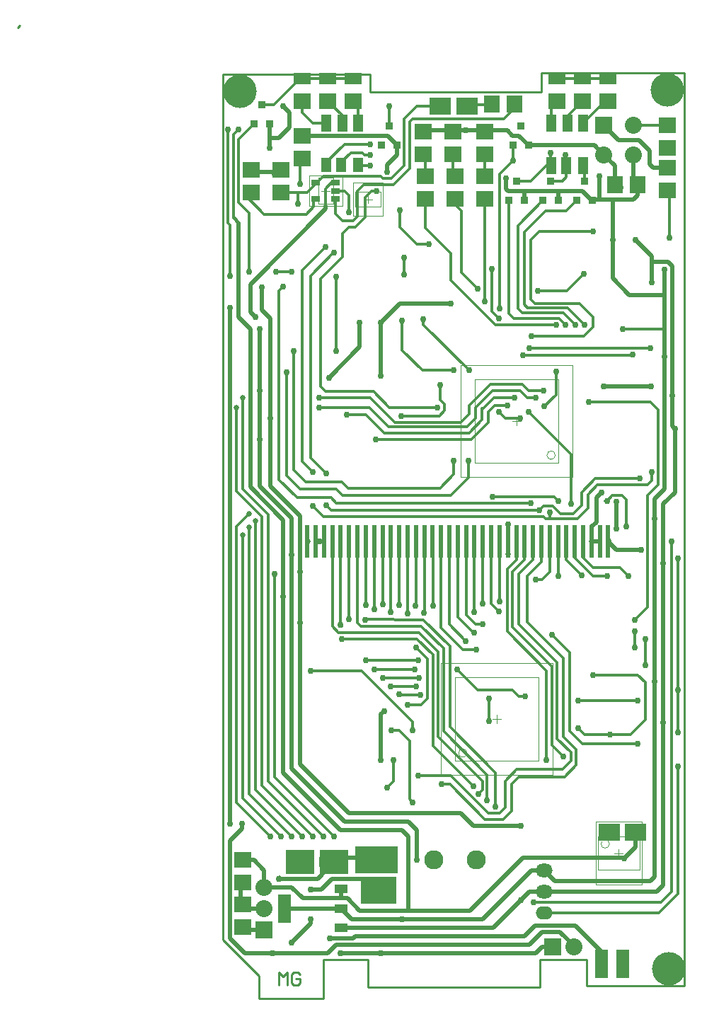
<source format=gtl>
%FSTAX25Y25*%
%MOIN*%
G70*
G01*
G75*
G04 Layer_Physical_Order=1*
G04 Layer_Color=255*
%ADD10R,0.07874X0.07480*%
%ADD11R,0.01969X0.15748*%
%ADD12R,0.04331X0.02559*%
%ADD13R,0.07874X0.05512*%
%ADD14R,0.17011X0.12579*%
%ADD15R,0.20011X0.12579*%
%ADD16R,0.13780X0.11811*%
%ADD17R,0.06102X0.04331*%
%ADD18R,0.06102X0.04331*%
%ADD19R,0.06102X0.13583*%
%ADD20R,0.04724X0.07000*%
%ADD21R,0.04724X0.07874*%
%ADD22R,0.03543X0.03740*%
%ADD23R,0.03543X0.03740*%
%ADD24R,0.05906X0.13780*%
%ADD25R,0.09843X0.07874*%
%ADD26R,0.07480X0.07874*%
%ADD27C,0.01200*%
%ADD28C,0.02000*%
%ADD29C,0.01400*%
%ADD30C,0.01600*%
%ADD31C,0.01000*%
%ADD32C,0.00394*%
%ADD33C,0.15748*%
%ADD34R,0.08000X0.08000*%
%ADD35C,0.08000*%
%ADD36C,0.09000*%
%ADD37O,0.08000X0.06400*%
%ADD38O,0.08000X0.06000*%
%ADD39R,0.08000X0.08000*%
%ADD40C,0.03000*%
%ADD41C,0.02600*%
%ADD42C,0.02700*%
%ADD43C,0.02800*%
D10*
X0217Y0382189D02*
D03*
Y0392819D02*
D03*
X01308Y0409811D02*
D03*
Y0399181D02*
D03*
X01019Y0409811D02*
D03*
Y0399181D02*
D03*
X01158Y0409811D02*
D03*
Y0399181D02*
D03*
X0045Y0424189D02*
D03*
X0217Y0402189D02*
D03*
Y0412819D02*
D03*
X0017Y0045811D02*
D03*
Y0035181D02*
D03*
Y0056189D02*
D03*
Y0066819D02*
D03*
X0117Y0378189D02*
D03*
Y0388819D02*
D03*
X0131Y0378189D02*
D03*
Y0388819D02*
D03*
X0103Y0378189D02*
D03*
Y0388819D02*
D03*
X0021Y0391811D02*
D03*
Y0381181D02*
D03*
X0035Y0391811D02*
D03*
Y0381181D02*
D03*
X0045Y0407811D02*
D03*
Y0397181D02*
D03*
X0057Y0424189D02*
D03*
X0189D02*
D03*
X0165D02*
D03*
X0177D02*
D03*
X0069D02*
D03*
D11*
X0189102Y021685D02*
D03*
X0185165D02*
D03*
X0181228D02*
D03*
X0177291D02*
D03*
X0173354D02*
D03*
X0169417D02*
D03*
X016548D02*
D03*
X0161543D02*
D03*
X0157606D02*
D03*
X0153669D02*
D03*
X0149732D02*
D03*
X0145795D02*
D03*
X0141858D02*
D03*
X0137921D02*
D03*
X0133984D02*
D03*
X0130047D02*
D03*
X012611D02*
D03*
X0122173D02*
D03*
X0118236D02*
D03*
X0114299D02*
D03*
X0110362D02*
D03*
X0106425D02*
D03*
X0102488D02*
D03*
X0098551D02*
D03*
X0094614D02*
D03*
X0090677D02*
D03*
X008674D02*
D03*
X0082803D02*
D03*
X0078866D02*
D03*
X0074929D02*
D03*
X0070992D02*
D03*
X0067055D02*
D03*
X0063118D02*
D03*
X0059181D02*
D03*
X0055244D02*
D03*
X0051307D02*
D03*
X004737D02*
D03*
D12*
X0060724Y037826D02*
D03*
Y0382D02*
D03*
Y038574D02*
D03*
X0051276D02*
D03*
Y037826D02*
D03*
D13*
X0045Y0434819D02*
D03*
X0057D02*
D03*
X0189D02*
D03*
X0165D02*
D03*
X0177D02*
D03*
X0069D02*
D03*
D14*
X0081Y00525D02*
D03*
D15*
X008Y0067D02*
D03*
D16*
X006Y0066D02*
D03*
X0044D02*
D03*
D17*
X0063287Y0034945D02*
D03*
D18*
Y0044D02*
D03*
Y0053055D02*
D03*
D19*
X0036713Y0044D02*
D03*
D20*
X0071323Y03942D02*
D03*
X0063449D02*
D03*
X0056362D02*
D03*
D21*
X0071323Y0414D02*
D03*
X0063842D02*
D03*
X0056362D02*
D03*
X0177323Y0393921D02*
D03*
X0169449D02*
D03*
X0162362D02*
D03*
X0177323Y0414D02*
D03*
X0169843D02*
D03*
X0162362D02*
D03*
D22*
X0146Y0386626D02*
D03*
X014226Y0377374D02*
D03*
X0026Y0422626D02*
D03*
X002226Y0413374D02*
D03*
X0162Y0386626D02*
D03*
X015826Y0377374D02*
D03*
X0178Y0386626D02*
D03*
X017426Y0377374D02*
D03*
X0086Y0412626D02*
D03*
X008226Y0403374D02*
D03*
X0148Y0412626D02*
D03*
X014426Y0403374D02*
D03*
D23*
X014974Y0377374D02*
D03*
X002974Y0413374D02*
D03*
X016574Y0377374D02*
D03*
X018174D02*
D03*
X008974Y0403374D02*
D03*
X015174D02*
D03*
D24*
X0196Y0018D02*
D03*
X0186D02*
D03*
D25*
X01895Y008D02*
D03*
X0202D02*
D03*
X011Y0422D02*
D03*
X01225D02*
D03*
D26*
X0192189Y0385D02*
D03*
X0202819D02*
D03*
X0144819Y0423D02*
D03*
X0134189D02*
D03*
D27*
X0182Y0154D02*
X0203D01*
X0102Y0319D02*
Y03215D01*
X0043Y0434D02*
X0047181D01*
X0031626Y0422626D02*
X0043Y0434D01*
X0026Y0422626D02*
X0031626D01*
X0189681Y0434819D02*
X0192181D01*
X0061Y0235D02*
X01525D01*
X00585Y02375D02*
X0061Y0235D01*
X01345Y0238D02*
X01635D01*
X00585Y02315D02*
X01565D01*
X0055Y02285D02*
X01585D01*
X01715Y0248D02*
Y0258D01*
X01515Y0278D02*
X01715Y0258D01*
Y02345D02*
Y0248D01*
X01775Y03135D02*
X0182Y0318D01*
X0152936Y03135D02*
X01775D01*
X002Y0344D02*
Y03715D01*
X0015Y03765D02*
X002Y03715D01*
X0015Y03765D02*
Y0406114D01*
X01065Y01205D02*
Y01635D01*
Y01205D02*
X01255Y01015D01*
X0094614Y0183D02*
Y021685D01*
X0073Y0156D02*
X0097Y0132D01*
X0049Y0156D02*
X0073D01*
X0097Y0128D02*
Y0132D01*
X0088Y0104D02*
Y0114D01*
X0085Y0101D02*
X0088Y0104D01*
X00955Y00955D02*
Y0123D01*
X0087Y0128D02*
X00905D01*
X00955Y0123D01*
Y00955D02*
X0097Y0094D01*
X0196Y0317D02*
X02155D01*
X01615Y02275D02*
Y02305D01*
X01585Y02335D02*
X0163D01*
X01565Y02315D02*
X01585Y02335D01*
X0117Y03755D02*
X012Y03725D01*
X0117Y03755D02*
Y0378189D01*
X0131Y033D02*
Y0378189D01*
X0103Y03645D02*
X0115Y03525D01*
X0103Y03645D02*
Y0378189D01*
X011Y02835D02*
Y02905D01*
X0112Y02785D02*
Y02815D01*
X01095Y0276D02*
X0112Y02785D01*
X011Y02835D02*
X0112Y02815D01*
X01485Y0291D02*
X01515Y0288D01*
X01335Y0291D02*
X01485D01*
X01515Y0288D02*
X01585D01*
X0067Y0365D02*
X007D01*
X0064Y0362D02*
X0067Y0365D01*
X0064Y0351D02*
Y0362D01*
X00745Y03695D02*
Y0379D01*
X007Y0365D02*
X00745Y03695D01*
Y0379D02*
X00775Y0382D01*
X008D01*
X00535Y029D02*
X0056Y02875D01*
X00785D01*
X00535Y03405D02*
X0064Y0351D01*
X00535Y029D02*
Y03405D01*
X00785Y02875D02*
X0086Y028D01*
X01085D01*
X00915Y0276D02*
X01095D01*
X0099Y0357D02*
X01045D01*
X0091Y0365D02*
X0099Y0357D01*
X0091Y0365D02*
Y0373D01*
X0099Y0422D02*
X011D01*
X0047181Y0381181D02*
X0055Y0389D01*
X0093Y0416D02*
X0099Y0422D01*
X00955Y04145D02*
X0097Y0416D01*
X00955Y03925D02*
Y04145D01*
X0088Y0385D02*
X00955Y03925D01*
X014Y0416D02*
X0144819Y0420819D01*
X0097Y0416D02*
X014D01*
X0144819Y0420819D02*
Y0423D01*
X0014Y01D02*
Y0224D01*
X0090677Y0186677D02*
Y021685D01*
X0137921Y01885D02*
Y021685D01*
X0133984Y0191516D02*
X0134Y01915D01*
X0133984Y0191516D02*
Y021685D01*
X013Y01875D02*
X0130047Y0187547D01*
Y021685D01*
X012611Y01835D02*
Y021685D01*
X0132886Y0132398D02*
X0133Y0132283D01*
X0132886Y0132398D02*
Y0143D01*
X0102488Y0183012D02*
Y021685D01*
X0122173Y0182327D02*
X01265Y0178D01*
X013D01*
X0122173Y0182327D02*
Y021685D01*
X0118236Y0181264D02*
X01255Y0174D01*
X0118236Y0181264D02*
Y021685D01*
X0114299Y0177701D02*
X0122Y017D01*
X0114299Y0177701D02*
Y021685D01*
X0110362Y0184D02*
Y021685D01*
Y0183138D02*
Y0184D01*
Y0176138D02*
X01205Y0166D01*
X0110362Y0176138D02*
Y0184D01*
X01205Y0166D02*
X0127D01*
X01065Y01865D02*
Y0216776D01*
X00985Y01865D02*
X0098551Y0186551D01*
X0043Y0381181D02*
X0047181D01*
X0035D02*
X0043D01*
Y0375701D02*
Y0381181D01*
X0067Y0372D02*
Y038D01*
X0065Y0382D02*
X0067Y038D01*
X0060724Y0382D02*
X0065D01*
X0060724Y0371276D02*
Y037826D01*
Y0371276D02*
X0064Y0368D01*
X0069D01*
X0082Y0389D02*
X0083Y0388D01*
X0087D01*
X0055Y0389D02*
X0082D01*
X0044Y0396181D02*
X0045Y0397181D01*
X0044Y038515D02*
Y0396181D01*
X0015Y0406114D02*
X002226Y0413374D01*
X0012576Y0408576D02*
X0015Y0411D01*
X0012576Y0369424D02*
Y0408576D01*
X0074Y0385D02*
X0088D01*
X0071Y0382D02*
X0074Y0385D01*
X0071Y037D02*
Y0382D01*
X0069Y0368D02*
X0071Y037D01*
X0151096Y0284404D02*
X0155D01*
X0135156Y0284593D02*
X0145093D01*
X0129563Y0279D02*
X0135156Y0284593D01*
X0129563Y0279D02*
Y0279656D01*
Y0274063D02*
Y0279D01*
X01235Y0277D02*
Y0281D01*
X01195Y0273D02*
X01235Y0277D01*
X01265Y0275D02*
Y028D01*
X01225Y0271D02*
X01265Y0275D01*
X00855Y0271D02*
X01225D01*
X01235Y0268D02*
X0129563Y0274063D01*
X00835Y0268D02*
X01235D01*
X00875Y0265D02*
X01245D01*
X00795D02*
X00875D01*
X01235Y0281D02*
X01335Y0291D01*
X01265Y028D02*
X01345Y0288D01*
X01475D01*
X0151096Y0284404D01*
X01325Y0278D02*
X01355Y0281D01*
X01415D01*
X01325Y0273D02*
Y0278D01*
X01245Y0265D02*
X01325Y0273D01*
X01405Y0275D02*
X01475D01*
X0137235Y0278265D02*
X01405Y0275D01*
X02015Y0167D02*
Y01745D01*
X0222Y0127D02*
Y0147D01*
X0027Y0371D02*
X0047D01*
X001891Y037909D02*
X0027Y0371D01*
X014426Y039626D02*
Y0403374D01*
X0162Y0394284D02*
Y04D01*
X0177Y0434819D02*
X0189D01*
X0165D02*
X0177D01*
X0162362Y0421551D02*
X0165Y0424189D01*
X0162362Y0414D02*
Y0421551D01*
X0169843Y0417031D02*
X0177Y0424189D01*
X0169843Y0414D02*
Y0417031D01*
X0177323Y0414D02*
X0187512Y0424189D01*
X0048Y0434819D02*
X0057D01*
X0045D02*
X0048D01*
X0047181Y0434D02*
X0048Y0434819D01*
X0057D02*
X0069D01*
Y0424189D02*
X0071323Y0421866D01*
Y0414D02*
Y0421866D01*
X0057Y0424189D02*
X0063842Y0417346D01*
Y0414D02*
Y0417346D01*
X0045Y0419D02*
Y0424189D01*
Y0419D02*
X005Y0414D01*
X0056362D01*
X013Y0387819D02*
X0131Y0386819D01*
Y0387819D02*
Y0398D01*
X0116D02*
X0117Y0397D01*
X0116Y0386819D02*
Y0397D01*
X0102Y0398D02*
X0103Y0397D01*
Y0386819D02*
Y0397D01*
X0178Y0126D02*
X019D01*
X0175Y0129D02*
X0178Y0126D01*
X0222Y0051D02*
Y0111D01*
X01145Y01295D02*
X0136Y0108D01*
Y0092D02*
Y0108D01*
X0132Y0095D02*
Y0107D01*
X0109Y0125D02*
X013Y0104D01*
Y01D02*
Y0104D01*
X0128Y0098D02*
X013Y01D01*
X0175Y0142D02*
X0203D01*
X0159Y0042D02*
X0213D01*
X0222Y0051D01*
X0214Y0047D02*
X0219Y0052D01*
X0154Y0047D02*
X0214D01*
X0014Y0099D02*
Y01D01*
Y0094D02*
Y01D01*
Y0094D02*
X003Y0078D01*
X0017Y0101D02*
Y0103D01*
Y0096D02*
Y0103D01*
Y0096D02*
X0035Y0078D01*
X002Y0098D02*
X004Y0078D01*
X0026Y0102D02*
X005Y0078D01*
X0029Y0104D02*
X0055Y0078D01*
X0032Y0106D02*
X006Y0078D01*
X0178Y0386626D02*
Y0393244D01*
X0177323Y0393921D02*
X0178Y0393244D01*
X0159921Y0393921D02*
X0162362D01*
X005041Y037441D02*
Y0377126D01*
X0047Y0371D02*
X005041Y037441D01*
X0071323Y0393921D02*
X0076921D01*
X0063449D02*
Y0395449D01*
X0068Y04D01*
X0056362Y0393921D02*
Y0395362D01*
X0065Y0404D01*
X0077D01*
X0073382Y04D02*
X0074382Y0399D01*
X0077D01*
X0068Y04D02*
X0073382D01*
X0162Y0394284D02*
X0162362Y0393921D01*
X0169Y039437D02*
Y0399D01*
Y039437D02*
X0169449Y0393921D01*
X0086Y0412626D02*
Y0422D01*
X0086Y0422D02*
X0086Y0422D01*
X0087Y0388D02*
X0093Y0394D01*
Y0416D01*
X0201Y0386819D02*
X0202819Y0385D01*
X0023Y01D02*
X0045Y0078D01*
X001Y0367D02*
Y0411D01*
Y0367D02*
X0011Y0366D01*
Y0342D02*
Y0366D01*
X00325Y0344D02*
X004D01*
X0162Y0386626D02*
X0167626D01*
X0169449Y0388449D01*
Y0393921D01*
X0152626Y0386626D02*
X0153Y0387D01*
X0146Y0386626D02*
X0152626D01*
X0153Y0387D02*
X0159921Y0393921D01*
X0201Y0413D02*
X0217D01*
X0138Y039D02*
X014426Y039626D01*
X0138Y03265D02*
Y039D01*
X0093Y03425D02*
Y03505D01*
X00635Y0171D02*
X0099D01*
X0122311Y04225D02*
X0133D01*
X0133189Y0424D02*
X0134189Y0423D01*
X0059181Y0176819D02*
Y021685D01*
Y0176819D02*
X0062Y0174D01*
X01D01*
X0063118Y0177382D02*
Y021685D01*
Y0177382D02*
X00635Y0177D01*
X0067055Y0180055D02*
Y021685D01*
X0067Y018D02*
X0067055Y0180055D01*
X0070992Y021685D02*
X0071Y0216843D01*
Y01785D02*
X00725Y0177D01*
X0101D01*
X0071Y01785D02*
Y0216843D01*
X019Y0126D02*
X01995D01*
X02065Y0133D01*
X0203Y0154D02*
X02065Y01505D01*
Y0133D02*
Y01505D01*
X0219Y0052D02*
Y0217D01*
X02065Y01595D02*
Y0171D01*
X0161543Y0209043D02*
Y021685D01*
X016548Y020052D02*
Y021685D01*
Y020052D02*
X01655Y02005D01*
X0169417Y0208083D02*
Y021685D01*
Y0208083D02*
X01765Y0201D01*
X0173354Y0209146D02*
Y021685D01*
X0177291Y0209209D02*
Y021685D01*
Y0209209D02*
X0182Y02045D01*
X01945D02*
X01985Y02005D01*
X0182Y02045D02*
X01945D01*
X0181584Y0200916D02*
X0182Y02005D01*
X0173354Y0209146D02*
X0181584Y0200916D01*
X0182Y02005D02*
X01885D01*
X0155Y0199D02*
X0158D01*
X0161543Y0202543D01*
Y021685D01*
X01415Y0204D02*
X0145795Y0208295D01*
Y021685D01*
X0149732Y0208232D02*
Y021685D01*
X0144Y02025D02*
X0149732Y0208232D01*
X0153669Y0208169D02*
Y021685D01*
X0147Y02015D02*
X0153669Y0208169D01*
X0157606Y0207106D02*
Y021685D01*
X0082803Y0187197D02*
Y021685D01*
X008674Y01835D02*
Y021685D01*
X0074929Y0187071D02*
Y021685D01*
X0078866Y0185D02*
Y021685D01*
X02015Y018D02*
X02075Y0186D01*
X0079Y01565D02*
X0098D01*
X0075Y0161D02*
X00995D01*
X0087114Y01485D02*
X00985D01*
X0091177Y01445D02*
X01005D01*
X0090677Y0145D02*
X0091177Y01445D01*
X00995Y01065D02*
X0115D01*
X01325Y0089D01*
X01105Y01025D02*
X01145D01*
X0131Y0086D01*
X01325Y0089D02*
X0138D01*
X01405Y00915D01*
Y0104D01*
X0146Y01095D01*
X01675D02*
X01715Y01135D01*
Y01175D01*
X0165Y0124D02*
X01715Y01175D01*
X0146Y01095D02*
X01675D01*
X0131Y0086D02*
X01395D01*
X01435Y009D01*
Y01025D02*
X0147Y0106D01*
X01685D01*
X0174Y01115D02*
Y0119D01*
X01435Y009D02*
Y01025D01*
X01685Y0106D02*
X0174Y01115D01*
X0177Y01215D02*
X0203D01*
X0171Y01275D02*
X0177Y01215D01*
X0171Y01275D02*
Y01645D01*
X01625Y0173D02*
X0163D01*
X01625D02*
X0171Y01645D01*
X01415Y01745D02*
Y0204D01*
X0144Y01765D02*
Y02025D01*
X0147Y0178D02*
Y02015D01*
X0168Y0125D02*
X0174Y0119D01*
X0168Y0125D02*
Y0162D01*
X0165Y0124D02*
Y016D01*
X0147Y0178D02*
X0165Y016D01*
X01625Y0121D02*
Y0158D01*
X0144Y01765D02*
X01625Y0158D01*
Y0121D02*
X0168Y01155D01*
X01415Y01745D02*
X016Y0156D01*
Y0114D02*
Y0144D01*
Y0156D01*
X0147Y0144D02*
X015D01*
X0144Y0147D02*
X0147Y0144D01*
X0082803Y01525D02*
X01D01*
X00945Y014D02*
X0101D01*
X00985Y0167D02*
X0104Y01615D01*
Y0143D02*
Y01615D01*
X0101Y014D02*
X0104Y0143D01*
X0098551Y0186551D02*
Y021685D01*
X0099Y0171D02*
X01065Y01635D01*
X01Y0174D02*
X0109Y0165D01*
Y0125D02*
Y0165D01*
X0101Y0177D02*
X01115Y01665D01*
Y01275D02*
Y01665D01*
Y01275D02*
X0132Y0107D01*
X0102Y018D02*
X01145Y01675D01*
Y01295D02*
Y01675D01*
X0074501Y01802D02*
X0102Y018D01*
X01275Y0147D02*
X0144D01*
X0118Y01565D02*
X01275Y0147D01*
X0151Y02005D02*
X0157606Y0207106D01*
X0151Y0179D02*
X0168Y0162D01*
X0151Y0179D02*
Y02005D01*
X0133984Y0187606D02*
Y0191516D01*
Y0187606D02*
X0137672Y0183919D01*
X0032Y0106D02*
Y02015D01*
X0017Y0103D02*
Y022D01*
X002Y0098D02*
Y02235D01*
X0023Y01D02*
Y02265D01*
X0014Y0224D02*
X002Y023D01*
X0014Y02405D02*
Y028D01*
Y02405D02*
X0026Y02285D01*
Y0102D02*
Y02285D01*
X0029Y0104D02*
Y02295D01*
X0222Y0147D02*
Y0209D01*
X0017Y02415D02*
X0029Y02295D01*
X0017Y02415D02*
Y02845D01*
X0075Y02765D02*
X00835Y0268D01*
X0066Y02765D02*
X0075D01*
X00765Y028D02*
X00855Y0271D01*
X0053Y028D02*
X00765D01*
X00885Y0273D02*
X01195D01*
X0053Y02845D02*
X0077D01*
X00885Y0273D01*
X0123345Y0246845D02*
Y0254845D01*
X0060852Y0306648D02*
Y03415D01*
X0041Y02505D02*
Y03065D01*
X0116345Y02485D02*
Y0254845D01*
X00375Y0248D02*
Y02965D01*
X0115Y02385D02*
X0123345Y0246845D01*
X005625Y023375D02*
X00585Y02315D01*
X0045Y02545D02*
X005Y02495D01*
X0049Y025625D02*
X005625Y0249D01*
X0049Y025625D02*
Y0342D01*
X005975Y035275D01*
X0045Y03445D02*
X0056Y03555D01*
X0045Y02545D02*
Y03445D01*
X0034Y0246D02*
X00425Y02375D01*
X00585D01*
X00375Y0248D02*
X0044Y02415D01*
X0041Y02505D02*
X00465Y0245D01*
X0064Y02385D02*
X0115D01*
X0061Y02415D02*
X0064Y02385D01*
X0044Y02415D02*
X0061D01*
X0109845Y0242D02*
X0116345Y02485D01*
X00665Y0242D02*
X0109845D01*
X00635Y0245D02*
X00665Y0242D01*
X00465Y0245D02*
X00635D01*
X01635Y0238D02*
X01655Y0236D01*
X02075Y0186D02*
Y02385D01*
X02125Y02435D01*
X01645Y0286D02*
Y0297D01*
X0159Y02805D02*
X01645Y0286D01*
X012Y03435D02*
Y03725D01*
Y03435D02*
X01275Y0336D01*
X0115Y034D02*
Y03525D01*
Y034D02*
X0136Y0319D01*
X01645D01*
X0152Y0308D02*
X0209D01*
X02075Y02435D02*
X02095Y02455D01*
Y02495D01*
X0163Y02335D02*
X01665Y023D01*
X01765Y024D02*
X0183Y02465D01*
X0204D01*
X01765Y0234D02*
Y024D01*
X01665Y023D02*
X01725D01*
X01765Y0234D01*
X0184Y02435D02*
X02075D01*
X01795Y0239D02*
X0184Y02435D01*
X01795Y02325D02*
Y0239D01*
X01615Y02275D02*
X01745D01*
X01795Y02325D01*
X01955Y02385D02*
X01975Y02365D01*
Y0224D02*
Y02365D01*
X01875Y0236D02*
X01885D01*
X0191Y02385D02*
X01955D01*
X01885Y0236D02*
X0191Y02385D01*
X0149Y03045D02*
X020075D01*
X0209064Y0282436D02*
X02125Y0279D01*
Y02435D02*
Y0279D01*
X018Y0282436D02*
X0209064D01*
X0134181Y0325319D02*
Y0345181D01*
Y0325319D02*
X01375Y0322D01*
X01015Y02975D02*
X0116345D01*
X0092Y0307D02*
X01015Y02975D01*
X0092Y0307D02*
Y0321D01*
X0102Y0319D02*
X01235Y02975D01*
X005Y02335D02*
X0055Y02285D01*
X01595Y02275D02*
X01615D01*
X01585Y02285D02*
X01595Y02275D01*
X0034Y0246D02*
Y0291D01*
Y0335D02*
X0036Y0337D01*
X0034Y0291D02*
Y0335D01*
X01465Y0365614D02*
X015826Y0377374D01*
X01465Y03265D02*
Y0365614D01*
X014226Y032424D02*
Y0377374D01*
Y032424D02*
X01445Y0322D01*
X0166D02*
X0169Y0319D01*
X01445Y0322D02*
X0166D01*
X0168Y03245D02*
X01735Y0319D01*
X01465Y03265D02*
X01485Y03245D01*
X0168D01*
X017Y0327D02*
X0178Y0319D01*
X0151Y0327D02*
X017D01*
X01495Y03285D02*
X0151Y0327D01*
X01495Y03285D02*
Y03625D01*
X0169386Y03725D02*
X017426Y0377374D01*
X01495Y03625D02*
X01595Y03725D01*
X0169386D01*
X01565Y0363D02*
X0182D01*
X01525Y0359D02*
X01565Y0363D01*
X01525Y0331D02*
Y0359D01*
Y0331D02*
X01545Y0329D01*
X01755D01*
X0182Y03225D01*
Y0318D02*
Y03225D01*
X0156Y0335D02*
X01695D01*
X01775Y0343D01*
X0218Y036D02*
Y0381189D01*
X0217Y0382189D02*
X0218Y0381189D01*
D28*
X0194Y0406D02*
X02035D01*
X0210181Y0392819D02*
X0217D01*
X02085Y03945D02*
X0210181Y0392819D01*
X02085Y03945D02*
Y0401D01*
X02035Y0406D02*
X02085Y0401D01*
X0187Y0413D02*
X0194Y0406D01*
X0135Y0034945D02*
X0152Y0051945D01*
X0131Y0083D02*
X0148D01*
X01295D02*
X0131D01*
X01255D02*
X01295D01*
X0067Y0089D02*
X01195D01*
X01255Y0083D01*
X0082Y01355D02*
X00835Y0137D01*
X0082Y0114D02*
Y01355D01*
X0026Y0326D02*
X003Y0322D01*
Y0275D02*
Y0322D01*
X0026Y0326D02*
Y03365D01*
X00205Y02425D02*
Y0317D01*
X0015Y03225D02*
X00205Y0317D01*
X0015Y03225D02*
Y0366942D01*
X021925Y027125D02*
X02205Y027D01*
X0191Y0378D02*
X0191181Y0377819D01*
X0191Y0378D02*
X0201D01*
X0185D02*
X0191D01*
X02155Y0304D02*
Y0317D01*
Y02415D02*
Y0304D01*
X0215Y02345D02*
X02205Y024D01*
X0211Y0237D02*
X02155Y02415D01*
X0211Y02275D02*
Y0237D01*
X0193Y0223D02*
Y02355D01*
X0211Y0151D02*
Y02275D01*
X0215Y01315D02*
Y02065D01*
X004Y011D02*
Y02105D01*
X0044Y01785D02*
Y02025D01*
Y0112D02*
Y01785D01*
X0051307Y021685D02*
X0055244D01*
X0052199Y0058D02*
X006Y0065801D01*
X0034Y0058D02*
X0034394Y0058394D01*
X006Y0065801D02*
Y0066D01*
X0072Y0043D02*
X0095D01*
X00662Y00488D02*
X0072Y0043D01*
X00452Y00488D02*
X00662D01*
X0185Y0378D02*
Y0389D01*
X0011Y0084D02*
Y0327D01*
X0211Y0059D02*
Y0151D01*
X0022Y0391D02*
X0034811D01*
X0202819Y0379819D02*
Y0385D01*
X008974Y0399D02*
Y0403374D01*
X0022181Y0066819D02*
X0027Y0062D01*
X0015Y0066819D02*
X0022181D01*
X0027Y0054D02*
Y0062D01*
X0049Y0037D02*
Y0039D01*
X004Y0028D02*
X0049Y0037D01*
X0215Y0055D02*
Y01315D01*
X0044Y0112D02*
X0067Y0089D01*
X004Y011D02*
X0065Y0085D01*
X0095D01*
X0099Y0081D01*
Y0067D02*
Y0081D01*
X0036Y0108D02*
X0063Y0081D01*
X0092D01*
X0095Y0078D01*
Y0043D02*
Y0078D01*
Y0043D02*
X0124D01*
X0152Y0051945D02*
Y0052D01*
X0095945Y0034945D02*
X0135D01*
X0153Y0062D02*
X0159D01*
X013Y0039D02*
X0153Y0062D01*
X0092Y0039D02*
X013D01*
X0152Y0052D02*
X0159D01*
X0202Y0073D02*
Y008D01*
X01965Y00675D02*
X0202Y0073D01*
X007Y0031D02*
X01495D01*
X0058Y003D02*
X0069D01*
X0015Y0044D02*
X0027D01*
X0016Y0048D02*
Y0057D01*
Y00355D02*
X00175Y0034D01*
X0027D01*
X0036713Y0044D02*
X0036713Y0044D01*
X0063287D01*
X0069Y003D02*
X007Y0031D01*
X0082Y0023D02*
X0155D01*
X0063D02*
X0082D01*
X0158Y0033D02*
X0166404D01*
X0152Y0027D02*
X0158Y0033D01*
X01545Y0036D02*
X01565D01*
X0166404Y0033D02*
X0173Y0026404D01*
X0186Y0018D02*
Y00235D01*
X0173Y0026D02*
Y0026404D01*
X0155Y0023D02*
X0158Y0026D01*
X0163D01*
X0063287Y0034945D02*
X0095945D01*
X0096Y0035D01*
X0063287Y0044D02*
X0068287Y0039D01*
X01735Y0036D02*
X0186Y00235D01*
X01545Y0036D02*
X01735D01*
X01495Y0031D02*
X01545Y0036D01*
X0054Y0068D02*
X0079D01*
X008Y0069D01*
X0054Y0064D02*
Y0068D01*
X0068287Y0039D02*
X0092D01*
X0124Y0043D02*
X0149Y0068D01*
X0196D01*
X0159Y0052D02*
X0212D01*
X0159Y0062D02*
X0164Y0057D01*
X0209D01*
X0027Y0054D02*
X004D01*
X0063287Y0049287D02*
Y0053055D01*
X004Y0054D02*
X00452Y00488D01*
X0059Y0058D02*
X00785D01*
X008Y00565D01*
X0049Y0053D02*
X0054D01*
X0209Y0057D02*
X0211Y0059D01*
X0212Y0052D02*
X0215Y0055D01*
X015174Y0403374D02*
X0182626D01*
X0187Y0399D01*
X0192189Y0385D02*
Y0393811D01*
X0187Y0399D02*
X0192189Y0393811D01*
X0147114Y0408D02*
X015174Y0403374D01*
X0144Y0408D02*
X0147114D01*
X01415Y04105D02*
X0144Y0408D01*
X0102Y04105D02*
X01415D01*
X0201Y0386819D02*
Y0399D01*
Y0378D02*
X0202819Y0379819D01*
X0085Y039426D02*
X008974Y0399D01*
X0085Y0391D02*
Y039426D01*
X0085303Y0407811D02*
X008974Y0403374D01*
X0045Y0407811D02*
X0085303D01*
X0036Y0422D02*
X0039Y0419D01*
Y0412D02*
Y0419D01*
X0034Y0407D02*
X0039Y0412D01*
X002974Y0407D02*
X0034D01*
X002974D02*
Y0413374D01*
Y040226D02*
Y0407D01*
X0177Y0382D02*
X0181Y0378D01*
X0141Y0383D02*
X0142Y0382D01*
X014974Y0377374D02*
Y038126D01*
X0142Y0382D02*
X0149D01*
X014974Y038126D01*
X016574Y0377374D02*
Y038126D01*
X0165Y0382D02*
X016574Y038126D01*
X0149Y0382D02*
X0165D01*
X0177D01*
X0141Y0383D02*
Y0388D01*
X0036Y0108D02*
Y0191D01*
X0215Y02065D02*
Y02345D01*
X0189102Y021685D02*
X0189252Y0217D01*
X0181228Y021685D02*
X0185165D01*
X0034Y0058D02*
X0052199D01*
X0054Y0053D02*
X005825Y005725D01*
X0059Y0058D01*
X0036Y0191D02*
Y0227D01*
X004Y02105D02*
Y0228D01*
X003Y0243D02*
X0044Y0229D01*
Y02025D02*
Y0229D01*
X0192953Y0213D02*
X02045D01*
X0189102Y021685D02*
X0192953Y0213D01*
X00205Y02425D02*
X0036Y0227D01*
X0025Y0243D02*
X004Y0228D01*
X003Y0243D02*
Y0275D01*
X0181228Y021685D02*
Y0223728D01*
X01835Y0226D01*
Y02375D01*
X0186Y024D01*
X0082Y0295D02*
Y032D01*
X0025Y0243D02*
Y0265D01*
Y0288D01*
X00575Y0294D02*
X0072Y03085D01*
Y032D01*
X0082D02*
X0091Y0329D01*
X0115D01*
X0141858Y021685D02*
Y0225D01*
X02205Y024D02*
Y027D01*
X0187Y029D02*
X0209181D01*
X0025Y0288D02*
Y0317D01*
X0191181Y0359D02*
Y0377819D01*
Y0340819D02*
X0199Y0333D01*
X0181Y0378D02*
X0185D01*
X0191181Y0340819D02*
Y0359D01*
X0199Y0333D02*
X02155D01*
Y0317D02*
Y0333D01*
Y0345D01*
X02095Y0339D02*
Y03485D01*
X021725D01*
X021925Y027125D02*
Y02855D01*
Y03465D01*
X021725Y03485D02*
X021925Y03465D01*
X02095Y03485D02*
Y0351311D01*
X0201811Y0359D02*
X02095Y0351311D01*
X0061Y0027D02*
X0152D01*
X0057Y0023D02*
X0061Y0027D01*
X0011Y003D02*
X0018Y0023D01*
X0011Y003D02*
Y0076D01*
X00165Y00815D01*
Y0084D01*
X0018Y0023D02*
X0031D01*
X0057D01*
X00205Y0325D02*
X0023Y03225D01*
X00205Y0325D02*
Y0338D01*
X0056Y03735D02*
Y0375D01*
X00205Y0338D02*
X0056Y03735D01*
D29*
Y0383D02*
X005874Y038574D01*
X0060724D01*
X0056Y0375D02*
Y0383D01*
D30*
X0012576Y0369424D02*
X0015029Y0366971D01*
D31*
X0034Y0008D02*
Y0013998D01*
X0035999Y0011999D01*
X0037999Y0013998D01*
Y0008D01*
X0043997Y0012998D02*
X0042997Y0013998D01*
X0040998D01*
X0039998Y0012998D01*
Y0009D01*
X0040998Y0008D01*
X0042997D01*
X0043997Y0009D01*
Y0010999D01*
X0041997D01*
X000767Y002933D02*
X0024751Y0012249D01*
X-0089Y0459D02*
X-0088Y046D01*
X0055Y002D02*
X0076D01*
X0157D02*
X0179D01*
X0157Y0007D02*
Y002D01*
X0076Y0007D02*
X0157D01*
X0076D02*
Y002D01*
X000767Y002933D02*
Y00355D01*
X0196307Y00075D02*
X0225D01*
X0025Y00015D02*
X003D01*
X0179Y00075D02*
Y002D01*
Y00075D02*
X0196307D01*
X0055Y00015D02*
Y002D01*
X0225Y0035D02*
Y04375D01*
X003Y00015D02*
X0055D01*
X0024751D02*
Y0009249D01*
X0077Y04285D02*
Y0437D01*
Y04285D02*
X01575D01*
Y04375D01*
X0225D01*
X0024751Y0009249D02*
Y0012249D01*
X0225Y00075D02*
Y0035D01*
X000767Y0437D02*
X0077D01*
X000767Y00355D02*
Y0437D01*
D32*
X0164188Y0257436D02*
G03*
X0164188Y0257436I-0001969J0D01*
G01*
X0122559Y0117126D02*
G03*
X0122559Y0117126I-0001969J0D01*
G01*
X0189669Y0074331D02*
G03*
X0189669Y0074331I-0001969J0D01*
G01*
X0126392Y0253892D02*
X0165762D01*
X0126392Y0293263D02*
X0165762D01*
Y0253892D02*
Y0293263D01*
X0126392Y0253892D02*
Y0293263D01*
X0059543Y0375898D02*
Y0388102D01*
X0052457Y0375898D02*
Y0388102D01*
Y0375898D02*
X0059543D01*
X0052457Y0388102D02*
X0059543D01*
X0117047Y0113583D02*
Y0152953D01*
X0156417Y0113583D02*
Y0152953D01*
X0117047Y0113583D02*
X0156417D01*
X0117047Y0152953D02*
X0156417D01*
X0069898Y0374457D02*
X0082102D01*
X0069898Y0381543D02*
X0082102D01*
Y0374457D02*
Y0381543D01*
X0069898Y0374457D02*
Y0381543D01*
X0203842Y0062126D02*
Y0077874D01*
X0184158Y0062126D02*
Y0077874D01*
Y0062126D02*
X0203842D01*
X0184158Y0077874D02*
X0203842D01*
X01197Y02472D02*
X0172455D01*
X01197Y0299955D02*
X0172455D01*
Y02472D02*
Y0299955D01*
X01197Y02472D02*
Y0299955D01*
X0146077Y0271609D02*
Y0275546D01*
X0144109Y0273577D02*
X0148046D01*
X0063874Y0374913D02*
Y0389087D01*
X0048126Y0374913D02*
Y0389087D01*
Y0374913D02*
X0063874D01*
X0048126Y0389087D02*
X0063874D01*
X0054031Y0382D02*
X0057968D01*
X0056Y0380031D02*
Y0383968D01*
X0110354Y010689D02*
Y0159646D01*
X016311Y010689D02*
Y0159646D01*
X0110354Y010689D02*
X016311D01*
X0110354Y0159646D02*
X016311D01*
X0134764Y0133268D02*
X0138701D01*
X0136732Y0131299D02*
Y0135236D01*
X0068913Y0370126D02*
X0083087D01*
X0068913Y0385874D02*
X0083087D01*
Y0370126D02*
Y0385874D01*
X0068913Y0370126D02*
Y0385874D01*
X0076Y0376031D02*
Y0379969D01*
X0074032Y0378D02*
X0077969D01*
X0192032Y007D02*
X0195968D01*
X0194Y0068032D02*
Y0071969D01*
X0204827Y0055236D02*
Y0084764D01*
X0183173Y0055236D02*
Y0084764D01*
Y0055236D02*
X0204827D01*
X0183173Y0084764D02*
X0204827D01*
D33*
X00155Y0429D02*
D03*
X02175Y00155D02*
D03*
X0217Y04295D02*
D03*
D34*
X0027Y0034D02*
D03*
X0187Y0413D02*
D03*
D35*
X0027Y0044D02*
D03*
Y0054D02*
D03*
X0201Y0413D02*
D03*
Y0399D02*
D03*
X0187D02*
D03*
X0173Y0026D02*
D03*
D36*
X0107Y0067D02*
D03*
X0127D02*
D03*
D37*
X0159Y0062D02*
D03*
Y0052D02*
D03*
D38*
Y0042D02*
D03*
D39*
X0163Y0026D02*
D03*
D40*
X0217Y0402D02*
D03*
X01345Y0238D02*
D03*
X0152936Y03135D02*
D03*
X00835Y0137D02*
D03*
X0082Y0114D02*
D03*
X0087Y0128D02*
D03*
X0097Y0094D02*
D03*
X0196Y0018D02*
D03*
X0026Y03365D02*
D03*
X0023Y03225D02*
D03*
X02155Y0345D02*
D03*
X02095Y0339D02*
D03*
Y02495D02*
D03*
X0204Y02465D02*
D03*
X01645Y0297D02*
D03*
X0159Y02805D02*
D03*
X0138Y03265D02*
D03*
X0131Y033D02*
D03*
X01275Y0336D02*
D03*
X01085Y028D02*
D03*
X0193Y0223D02*
D03*
Y02355D02*
D03*
X01715Y02345D02*
D03*
X0222Y0209D02*
D03*
X01515Y0278D02*
D03*
X00985Y01485D02*
D03*
X01005Y01445D02*
D03*
X013Y01875D02*
D03*
X0133Y0132283D02*
D03*
X0132886Y0143D02*
D03*
X01065Y01865D02*
D03*
X0102374Y0183012D02*
D03*
X0098437Y0186551D02*
D03*
X0044Y038515D02*
D03*
X0191181Y0359D02*
D03*
X0185Y0389D02*
D03*
X0182Y0363D02*
D03*
X008Y0382D02*
D03*
X0155Y0284404D02*
D03*
X01585Y0288D02*
D03*
X011Y02905D02*
D03*
X01415Y0281D02*
D03*
X0145093Y0284593D02*
D03*
X00795Y0265D02*
D03*
X00915Y0276D02*
D03*
X01655Y0236D02*
D03*
X02015Y01745D02*
D03*
Y0167D02*
D03*
X02065Y0171D02*
D03*
X0211Y0151D02*
D03*
X0036Y0422D02*
D03*
X0021Y0391D02*
D03*
X001Y0411D02*
D03*
X0015D02*
D03*
X014426Y039626D02*
D03*
X002974Y040226D02*
D03*
X0032Y039D02*
D03*
X0082Y0404D02*
D03*
X0141Y0388D02*
D03*
X0085Y0391D02*
D03*
X0162Y04D02*
D03*
X0191Y04335D02*
D03*
X019Y0126D02*
D03*
X004Y0028D02*
D03*
X0044Y01785D02*
D03*
X02065Y01585D02*
D03*
X0222Y0127D02*
D03*
Y0111D02*
D03*
X0049Y0156D02*
D03*
X0148Y0083D02*
D03*
X0099Y0067D02*
D03*
X01255Y01015D02*
D03*
X01105Y01025D02*
D03*
X00995Y01065D02*
D03*
X00945Y014D02*
D03*
X0067055Y0180055D02*
D03*
X0127Y0166D02*
D03*
X016Y0114D02*
D03*
X0168Y01155D02*
D03*
X0136Y0092D02*
D03*
X0132Y0095D02*
D03*
X00985Y0167D02*
D03*
X00945Y0183D02*
D03*
X013Y0178D02*
D03*
X0126Y0174D02*
D03*
X0122Y017D02*
D03*
X0215Y01315D02*
D03*
X0175Y0142D02*
D03*
X0182Y0154D02*
D03*
X0175Y0129D02*
D03*
X0154Y0047D02*
D03*
X0055Y0078D02*
D03*
X0035D02*
D03*
X01965Y00675D02*
D03*
X01915Y0079449D02*
D03*
X0049Y0039D02*
D03*
X0031Y0023D02*
D03*
X0058Y003D02*
D03*
X0011Y0327D02*
D03*
X0063Y0035D02*
D03*
Y0023D02*
D03*
X0082D02*
D03*
X0092Y0039D02*
D03*
X0034Y0058D02*
D03*
X0049Y0053D02*
D03*
X0039Y0064D02*
D03*
X0011Y0084D02*
D03*
X003Y0078D02*
D03*
X004D02*
D03*
X0045D02*
D03*
X005D02*
D03*
X008Y0068D02*
D03*
X006Y0078D02*
D03*
X0203Y0142D02*
D03*
X0128Y0098D02*
D03*
X0138Y01885D02*
D03*
X0137672Y0183919D02*
D03*
X012611Y01835D02*
D03*
X0097Y0128D02*
D03*
X0088Y0114D02*
D03*
X0085Y0101D02*
D03*
X0043Y0375701D02*
D03*
X0077Y0404D02*
D03*
Y0399D02*
D03*
Y0394D02*
D03*
X0177D02*
D03*
X0169Y0399D02*
D03*
X0086Y0422D02*
D03*
X0148Y0412626D02*
D03*
X0102Y0409D02*
D03*
X0122Y04105D02*
D03*
X0222Y0147D02*
D03*
X0211Y02275D02*
D03*
X01475Y0275D02*
D03*
X01375Y0278D02*
D03*
X0123345Y0254845D02*
D03*
X0116345D02*
D03*
X01525Y0235D02*
D03*
X0148Y0048D02*
D03*
X00375Y02965D02*
D03*
X0041Y03065D02*
D03*
X0011Y0342D02*
D03*
X002Y0344D02*
D03*
X00325D02*
D03*
X004D02*
D03*
X0067Y0372D02*
D03*
X0195Y0383374D02*
D03*
X0091Y0373D02*
D03*
X01045Y0357D02*
D03*
X0196Y0317D02*
D03*
X0093Y03425D02*
D03*
Y03505D02*
D03*
X00635Y0171D02*
D03*
X0063118Y0177382D02*
D03*
X00745Y018D02*
D03*
X004Y02105D02*
D03*
X0219Y0217D02*
D03*
X0155Y0199D02*
D03*
X01655Y02005D02*
D03*
X01765Y0201D02*
D03*
X01885Y02005D02*
D03*
X01985D02*
D03*
X008674Y01835D02*
D03*
X0090677Y0186677D02*
D03*
X0082803Y0187197D02*
D03*
X0075Y0187D02*
D03*
X0090677Y0145D02*
D03*
X00865Y01485D02*
D03*
X0082803Y01525D02*
D03*
X0079Y01565D02*
D03*
X02015Y018D02*
D03*
X0075Y0161D02*
D03*
X0203Y01215D02*
D03*
X01625Y0173D02*
D03*
X015Y0144D02*
D03*
X00995Y0161D02*
D03*
X01Y01525D02*
D03*
X0098Y01565D02*
D03*
X0118D02*
D03*
X0044Y02025D02*
D03*
X0053Y0217D02*
D03*
X00165Y0084D02*
D03*
X0036Y0191D02*
D03*
X0079Y0185D02*
D03*
X0215Y02065D02*
D03*
X02045Y0213D02*
D03*
X0189252Y0217D02*
D03*
X0032Y02015D02*
D03*
X01975Y0224D02*
D03*
X01885Y0236D02*
D03*
X0025Y0265D02*
D03*
X003Y0275D02*
D03*
X0066Y02765D02*
D03*
X0053Y028D02*
D03*
Y02845D02*
D03*
X0036Y0337D02*
D03*
X0060852Y0306648D02*
D03*
Y03415D02*
D03*
X01565Y02315D02*
D03*
X01615Y02305D02*
D03*
X005Y02335D02*
D03*
X005625Y023375D02*
D03*
X005Y02495D02*
D03*
X005625Y0249D02*
D03*
X0056Y03555D02*
D03*
X006Y0353D02*
D03*
X01645Y0319D02*
D03*
X0149Y03045D02*
D03*
X0152Y0308D02*
D03*
X0169Y0319D02*
D03*
X01735D02*
D03*
X0178D02*
D03*
X0209Y0308D02*
D03*
X020075Y030475D02*
D03*
X0186Y024D02*
D03*
X018Y0282436D02*
D03*
X0134181Y0345181D02*
D03*
X01375Y0322D02*
D03*
X0082Y0295D02*
D03*
Y032D02*
D03*
X0025Y0288D02*
D03*
X00575Y0294D02*
D03*
X0072Y032D02*
D03*
X0115Y0329D02*
D03*
X01235Y02975D02*
D03*
X0116345D02*
D03*
X0092Y0321D02*
D03*
X0102Y03215D02*
D03*
X0141858Y0225D02*
D03*
X02205Y027D02*
D03*
X021925Y02855D02*
D03*
X02155Y0304D02*
D03*
X0209181Y029D02*
D03*
X0187D02*
D03*
X0025Y0317D02*
D03*
X0201811Y0359D02*
D03*
X0156Y0335D02*
D03*
X01775Y0343D02*
D03*
X0218Y036D02*
D03*
D41*
X002Y02235D02*
D03*
X0014Y028D02*
D03*
X0017Y02845D02*
D03*
Y022D02*
D03*
X0023Y02265D02*
D03*
X002Y023D02*
D03*
D42*
X00475Y0217D02*
D03*
X0181228Y021685D02*
D03*
X01418Y0211D02*
D03*
D43*
X006Y0382D02*
D03*
M02*

</source>
